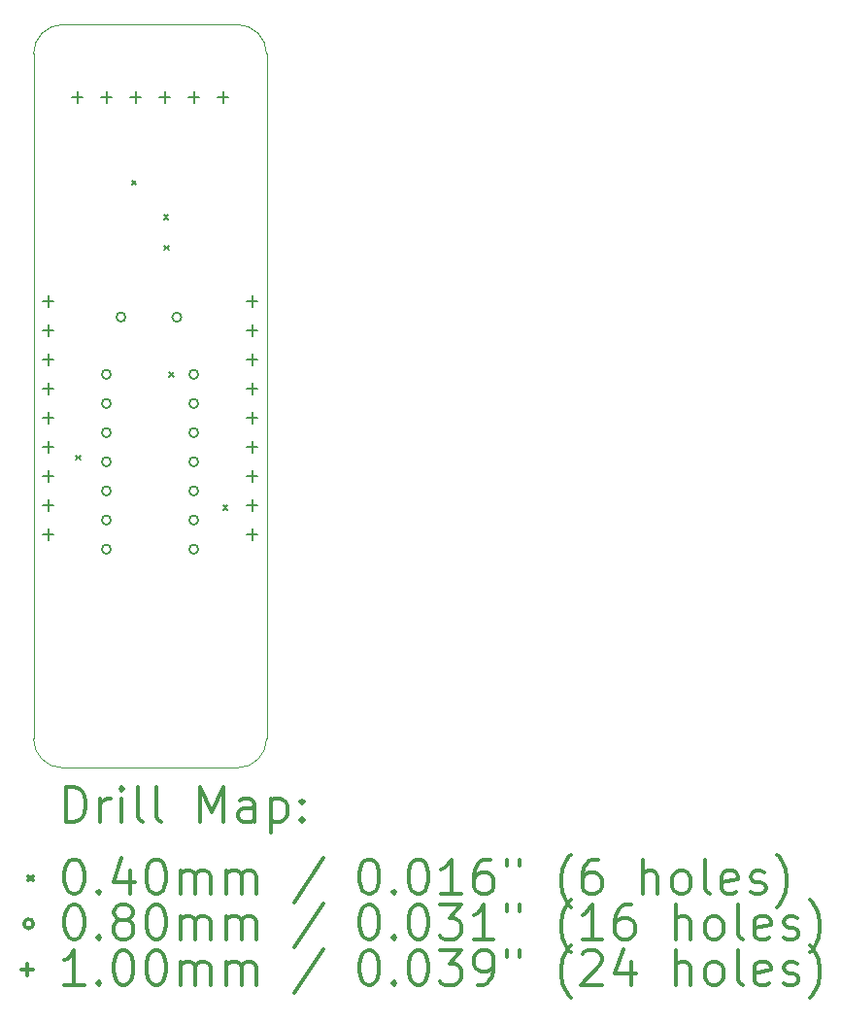
<source format=gbr>
%FSLAX45Y45*%
G04 Gerber Fmt 4.5, Leading zero omitted, Abs format (unit mm)*
G04 Created by KiCad (PCBNEW (5.1.9)-1) date 2023-06-14 07:45:43*
%MOMM*%
%LPD*%
G01*
G04 APERTURE LIST*
%TA.AperFunction,Profile*%
%ADD10C,0.050000*%
%TD*%
%ADD11C,0.200000*%
%ADD12C,0.300000*%
G04 APERTURE END LIST*
D10*
X1397000Y-4572000D02*
G75*
G02*
X1143000Y-4826000I-254000J0D01*
G01*
X-381000Y-4826000D02*
G75*
G02*
X-635000Y-4572000I0J254000D01*
G01*
X-635000Y1397000D02*
G75*
G02*
X-381000Y1651000I254000J0D01*
G01*
X1143000Y1651000D02*
G75*
G02*
X1397000Y1397000I0J-254000D01*
G01*
X-381000Y1651000D02*
X1143000Y1651000D01*
X-635000Y-4572000D02*
X-635000Y1397000D01*
X1143000Y-4826000D02*
X-381000Y-4826000D01*
X1397000Y1397000D02*
X1397000Y-4572000D01*
D11*
X-265515Y-2102510D02*
X-225515Y-2142510D01*
X-225515Y-2102510D02*
X-265515Y-2142510D01*
X221000Y294820D02*
X261000Y254820D01*
X261000Y294820D02*
X221000Y254820D01*
X501000Y-6150D02*
X541000Y-46150D01*
X541000Y-6150D02*
X501000Y-46150D01*
X506180Y-273290D02*
X546180Y-313290D01*
X546180Y-273290D02*
X506180Y-313290D01*
X545000Y-1377000D02*
X585000Y-1417000D01*
X585000Y-1377000D02*
X545000Y-1417000D01*
X1017660Y-2536250D02*
X1057660Y-2576250D01*
X1057660Y-2536250D02*
X1017660Y-2576250D01*
X40000Y-1397000D02*
G75*
G03*
X40000Y-1397000I-40000J0D01*
G01*
X40000Y-1651000D02*
G75*
G03*
X40000Y-1651000I-40000J0D01*
G01*
X40000Y-1905000D02*
G75*
G03*
X40000Y-1905000I-40000J0D01*
G01*
X40000Y-2159000D02*
G75*
G03*
X40000Y-2159000I-40000J0D01*
G01*
X40000Y-2413000D02*
G75*
G03*
X40000Y-2413000I-40000J0D01*
G01*
X40000Y-2667000D02*
G75*
G03*
X40000Y-2667000I-40000J0D01*
G01*
X40000Y-2921000D02*
G75*
G03*
X40000Y-2921000I-40000J0D01*
G01*
X167000Y-898000D02*
G75*
G03*
X167000Y-898000I-40000J0D01*
G01*
X655000Y-898000D02*
G75*
G03*
X655000Y-898000I-40000J0D01*
G01*
X802000Y-1397000D02*
G75*
G03*
X802000Y-1397000I-40000J0D01*
G01*
X802000Y-1651000D02*
G75*
G03*
X802000Y-1651000I-40000J0D01*
G01*
X802000Y-1905000D02*
G75*
G03*
X802000Y-1905000I-40000J0D01*
G01*
X802000Y-2159000D02*
G75*
G03*
X802000Y-2159000I-40000J0D01*
G01*
X802000Y-2413000D02*
G75*
G03*
X802000Y-2413000I-40000J0D01*
G01*
X802000Y-2667000D02*
G75*
G03*
X802000Y-2667000I-40000J0D01*
G01*
X802000Y-2921000D02*
G75*
G03*
X802000Y-2921000I-40000J0D01*
G01*
X-508000Y-712000D02*
X-508000Y-812000D01*
X-558000Y-762000D02*
X-458000Y-762000D01*
X-508000Y-966000D02*
X-508000Y-1066000D01*
X-558000Y-1016000D02*
X-458000Y-1016000D01*
X-508000Y-1220000D02*
X-508000Y-1320000D01*
X-558000Y-1270000D02*
X-458000Y-1270000D01*
X-508000Y-1474000D02*
X-508000Y-1574000D01*
X-558000Y-1524000D02*
X-458000Y-1524000D01*
X-508000Y-1728000D02*
X-508000Y-1828000D01*
X-558000Y-1778000D02*
X-458000Y-1778000D01*
X-508000Y-1982000D02*
X-508000Y-2082000D01*
X-558000Y-2032000D02*
X-458000Y-2032000D01*
X-508000Y-2236000D02*
X-508000Y-2336000D01*
X-558000Y-2286000D02*
X-458000Y-2286000D01*
X-508000Y-2490000D02*
X-508000Y-2590000D01*
X-558000Y-2540000D02*
X-458000Y-2540000D01*
X-508000Y-2744000D02*
X-508000Y-2844000D01*
X-558000Y-2794000D02*
X-458000Y-2794000D01*
X-254000Y1066000D02*
X-254000Y966000D01*
X-304000Y1016000D02*
X-204000Y1016000D01*
X0Y1066000D02*
X0Y966000D01*
X-50000Y1016000D02*
X50000Y1016000D01*
X254000Y1066000D02*
X254000Y966000D01*
X204000Y1016000D02*
X304000Y1016000D01*
X508000Y1066000D02*
X508000Y966000D01*
X458000Y1016000D02*
X558000Y1016000D01*
X762000Y1066000D02*
X762000Y966000D01*
X712000Y1016000D02*
X812000Y1016000D01*
X1016000Y1066000D02*
X1016000Y966000D01*
X966000Y1016000D02*
X1066000Y1016000D01*
X1270000Y-712000D02*
X1270000Y-812000D01*
X1220000Y-762000D02*
X1320000Y-762000D01*
X1270000Y-966000D02*
X1270000Y-1066000D01*
X1220000Y-1016000D02*
X1320000Y-1016000D01*
X1270000Y-1220000D02*
X1270000Y-1320000D01*
X1220000Y-1270000D02*
X1320000Y-1270000D01*
X1270000Y-1474000D02*
X1270000Y-1574000D01*
X1220000Y-1524000D02*
X1320000Y-1524000D01*
X1270000Y-1728000D02*
X1270000Y-1828000D01*
X1220000Y-1778000D02*
X1320000Y-1778000D01*
X1270000Y-1982000D02*
X1270000Y-2082000D01*
X1220000Y-2032000D02*
X1320000Y-2032000D01*
X1270000Y-2236000D02*
X1270000Y-2336000D01*
X1220000Y-2286000D02*
X1320000Y-2286000D01*
X1270000Y-2490000D02*
X1270000Y-2590000D01*
X1220000Y-2540000D02*
X1320000Y-2540000D01*
X1270000Y-2744000D02*
X1270000Y-2844000D01*
X1220000Y-2794000D02*
X1320000Y-2794000D01*
D12*
X-351071Y-5294214D02*
X-351071Y-4994214D01*
X-279643Y-4994214D01*
X-236786Y-5008500D01*
X-208214Y-5037072D01*
X-193929Y-5065643D01*
X-179643Y-5122786D01*
X-179643Y-5165643D01*
X-193929Y-5222786D01*
X-208214Y-5251357D01*
X-236786Y-5279929D01*
X-279643Y-5294214D01*
X-351071Y-5294214D01*
X-51071Y-5294214D02*
X-51071Y-5094214D01*
X-51071Y-5151357D02*
X-36786Y-5122786D01*
X-22500Y-5108500D01*
X6071Y-5094214D01*
X34643Y-5094214D01*
X134643Y-5294214D02*
X134643Y-5094214D01*
X134643Y-4994214D02*
X120357Y-5008500D01*
X134643Y-5022786D01*
X148928Y-5008500D01*
X134643Y-4994214D01*
X134643Y-5022786D01*
X320357Y-5294214D02*
X291786Y-5279929D01*
X277500Y-5251357D01*
X277500Y-4994214D01*
X477500Y-5294214D02*
X448928Y-5279929D01*
X434643Y-5251357D01*
X434643Y-4994214D01*
X820357Y-5294214D02*
X820357Y-4994214D01*
X920357Y-5208500D01*
X1020357Y-4994214D01*
X1020357Y-5294214D01*
X1291786Y-5294214D02*
X1291786Y-5137072D01*
X1277500Y-5108500D01*
X1248928Y-5094214D01*
X1191786Y-5094214D01*
X1163214Y-5108500D01*
X1291786Y-5279929D02*
X1263214Y-5294214D01*
X1191786Y-5294214D01*
X1163214Y-5279929D01*
X1148928Y-5251357D01*
X1148928Y-5222786D01*
X1163214Y-5194214D01*
X1191786Y-5179929D01*
X1263214Y-5179929D01*
X1291786Y-5165643D01*
X1434643Y-5094214D02*
X1434643Y-5394214D01*
X1434643Y-5108500D02*
X1463214Y-5094214D01*
X1520357Y-5094214D01*
X1548928Y-5108500D01*
X1563214Y-5122786D01*
X1577500Y-5151357D01*
X1577500Y-5237072D01*
X1563214Y-5265643D01*
X1548928Y-5279929D01*
X1520357Y-5294214D01*
X1463214Y-5294214D01*
X1434643Y-5279929D01*
X1706071Y-5265643D02*
X1720357Y-5279929D01*
X1706071Y-5294214D01*
X1691786Y-5279929D01*
X1706071Y-5265643D01*
X1706071Y-5294214D01*
X1706071Y-5108500D02*
X1720357Y-5122786D01*
X1706071Y-5137072D01*
X1691786Y-5122786D01*
X1706071Y-5108500D01*
X1706071Y-5137072D01*
X-677500Y-5768500D02*
X-637500Y-5808500D01*
X-637500Y-5768500D02*
X-677500Y-5808500D01*
X-293929Y-5624214D02*
X-265357Y-5624214D01*
X-236786Y-5638500D01*
X-222500Y-5652786D01*
X-208214Y-5681357D01*
X-193929Y-5738500D01*
X-193929Y-5809929D01*
X-208214Y-5867071D01*
X-222500Y-5895643D01*
X-236786Y-5909929D01*
X-265357Y-5924214D01*
X-293929Y-5924214D01*
X-322500Y-5909929D01*
X-336786Y-5895643D01*
X-351071Y-5867071D01*
X-365357Y-5809929D01*
X-365357Y-5738500D01*
X-351071Y-5681357D01*
X-336786Y-5652786D01*
X-322500Y-5638500D01*
X-293929Y-5624214D01*
X-65357Y-5895643D02*
X-51071Y-5909929D01*
X-65357Y-5924214D01*
X-79643Y-5909929D01*
X-65357Y-5895643D01*
X-65357Y-5924214D01*
X206071Y-5724214D02*
X206071Y-5924214D01*
X134643Y-5609929D02*
X63214Y-5824214D01*
X248928Y-5824214D01*
X420357Y-5624214D02*
X448928Y-5624214D01*
X477500Y-5638500D01*
X491786Y-5652786D01*
X506071Y-5681357D01*
X520357Y-5738500D01*
X520357Y-5809929D01*
X506071Y-5867071D01*
X491786Y-5895643D01*
X477500Y-5909929D01*
X448928Y-5924214D01*
X420357Y-5924214D01*
X391786Y-5909929D01*
X377500Y-5895643D01*
X363214Y-5867071D01*
X348928Y-5809929D01*
X348928Y-5738500D01*
X363214Y-5681357D01*
X377500Y-5652786D01*
X391786Y-5638500D01*
X420357Y-5624214D01*
X648928Y-5924214D02*
X648928Y-5724214D01*
X648928Y-5752786D02*
X663214Y-5738500D01*
X691786Y-5724214D01*
X734643Y-5724214D01*
X763214Y-5738500D01*
X777500Y-5767071D01*
X777500Y-5924214D01*
X777500Y-5767071D02*
X791786Y-5738500D01*
X820357Y-5724214D01*
X863214Y-5724214D01*
X891786Y-5738500D01*
X906071Y-5767071D01*
X906071Y-5924214D01*
X1048928Y-5924214D02*
X1048928Y-5724214D01*
X1048928Y-5752786D02*
X1063214Y-5738500D01*
X1091786Y-5724214D01*
X1134643Y-5724214D01*
X1163214Y-5738500D01*
X1177500Y-5767071D01*
X1177500Y-5924214D01*
X1177500Y-5767071D02*
X1191786Y-5738500D01*
X1220357Y-5724214D01*
X1263214Y-5724214D01*
X1291786Y-5738500D01*
X1306071Y-5767071D01*
X1306071Y-5924214D01*
X1891786Y-5609929D02*
X1634643Y-5995643D01*
X2277500Y-5624214D02*
X2306071Y-5624214D01*
X2334643Y-5638500D01*
X2348928Y-5652786D01*
X2363214Y-5681357D01*
X2377500Y-5738500D01*
X2377500Y-5809929D01*
X2363214Y-5867071D01*
X2348928Y-5895643D01*
X2334643Y-5909929D01*
X2306071Y-5924214D01*
X2277500Y-5924214D01*
X2248928Y-5909929D01*
X2234643Y-5895643D01*
X2220357Y-5867071D01*
X2206071Y-5809929D01*
X2206071Y-5738500D01*
X2220357Y-5681357D01*
X2234643Y-5652786D01*
X2248928Y-5638500D01*
X2277500Y-5624214D01*
X2506071Y-5895643D02*
X2520357Y-5909929D01*
X2506071Y-5924214D01*
X2491786Y-5909929D01*
X2506071Y-5895643D01*
X2506071Y-5924214D01*
X2706071Y-5624214D02*
X2734643Y-5624214D01*
X2763214Y-5638500D01*
X2777500Y-5652786D01*
X2791786Y-5681357D01*
X2806071Y-5738500D01*
X2806071Y-5809929D01*
X2791786Y-5867071D01*
X2777500Y-5895643D01*
X2763214Y-5909929D01*
X2734643Y-5924214D01*
X2706071Y-5924214D01*
X2677500Y-5909929D01*
X2663214Y-5895643D01*
X2648928Y-5867071D01*
X2634643Y-5809929D01*
X2634643Y-5738500D01*
X2648928Y-5681357D01*
X2663214Y-5652786D01*
X2677500Y-5638500D01*
X2706071Y-5624214D01*
X3091786Y-5924214D02*
X2920357Y-5924214D01*
X3006071Y-5924214D02*
X3006071Y-5624214D01*
X2977500Y-5667071D01*
X2948928Y-5695643D01*
X2920357Y-5709929D01*
X3348928Y-5624214D02*
X3291786Y-5624214D01*
X3263214Y-5638500D01*
X3248928Y-5652786D01*
X3220357Y-5695643D01*
X3206071Y-5752786D01*
X3206071Y-5867071D01*
X3220357Y-5895643D01*
X3234643Y-5909929D01*
X3263214Y-5924214D01*
X3320357Y-5924214D01*
X3348928Y-5909929D01*
X3363214Y-5895643D01*
X3377500Y-5867071D01*
X3377500Y-5795643D01*
X3363214Y-5767071D01*
X3348928Y-5752786D01*
X3320357Y-5738500D01*
X3263214Y-5738500D01*
X3234643Y-5752786D01*
X3220357Y-5767071D01*
X3206071Y-5795643D01*
X3491786Y-5624214D02*
X3491786Y-5681357D01*
X3606071Y-5624214D02*
X3606071Y-5681357D01*
X4048928Y-6038500D02*
X4034643Y-6024214D01*
X4006071Y-5981357D01*
X3991786Y-5952786D01*
X3977500Y-5909929D01*
X3963214Y-5838500D01*
X3963214Y-5781357D01*
X3977500Y-5709929D01*
X3991786Y-5667071D01*
X4006071Y-5638500D01*
X4034643Y-5595643D01*
X4048928Y-5581357D01*
X4291786Y-5624214D02*
X4234643Y-5624214D01*
X4206071Y-5638500D01*
X4191786Y-5652786D01*
X4163214Y-5695643D01*
X4148928Y-5752786D01*
X4148928Y-5867071D01*
X4163214Y-5895643D01*
X4177500Y-5909929D01*
X4206071Y-5924214D01*
X4263214Y-5924214D01*
X4291786Y-5909929D01*
X4306071Y-5895643D01*
X4320357Y-5867071D01*
X4320357Y-5795643D01*
X4306071Y-5767071D01*
X4291786Y-5752786D01*
X4263214Y-5738500D01*
X4206071Y-5738500D01*
X4177500Y-5752786D01*
X4163214Y-5767071D01*
X4148928Y-5795643D01*
X4677500Y-5924214D02*
X4677500Y-5624214D01*
X4806071Y-5924214D02*
X4806071Y-5767071D01*
X4791786Y-5738500D01*
X4763214Y-5724214D01*
X4720357Y-5724214D01*
X4691786Y-5738500D01*
X4677500Y-5752786D01*
X4991786Y-5924214D02*
X4963214Y-5909929D01*
X4948928Y-5895643D01*
X4934643Y-5867071D01*
X4934643Y-5781357D01*
X4948928Y-5752786D01*
X4963214Y-5738500D01*
X4991786Y-5724214D01*
X5034643Y-5724214D01*
X5063214Y-5738500D01*
X5077500Y-5752786D01*
X5091786Y-5781357D01*
X5091786Y-5867071D01*
X5077500Y-5895643D01*
X5063214Y-5909929D01*
X5034643Y-5924214D01*
X4991786Y-5924214D01*
X5263214Y-5924214D02*
X5234643Y-5909929D01*
X5220357Y-5881357D01*
X5220357Y-5624214D01*
X5491786Y-5909929D02*
X5463214Y-5924214D01*
X5406071Y-5924214D01*
X5377500Y-5909929D01*
X5363214Y-5881357D01*
X5363214Y-5767071D01*
X5377500Y-5738500D01*
X5406071Y-5724214D01*
X5463214Y-5724214D01*
X5491786Y-5738500D01*
X5506071Y-5767071D01*
X5506071Y-5795643D01*
X5363214Y-5824214D01*
X5620357Y-5909929D02*
X5648928Y-5924214D01*
X5706071Y-5924214D01*
X5734643Y-5909929D01*
X5748928Y-5881357D01*
X5748928Y-5867071D01*
X5734643Y-5838500D01*
X5706071Y-5824214D01*
X5663214Y-5824214D01*
X5634643Y-5809929D01*
X5620357Y-5781357D01*
X5620357Y-5767071D01*
X5634643Y-5738500D01*
X5663214Y-5724214D01*
X5706071Y-5724214D01*
X5734643Y-5738500D01*
X5848928Y-6038500D02*
X5863214Y-6024214D01*
X5891786Y-5981357D01*
X5906071Y-5952786D01*
X5920357Y-5909929D01*
X5934643Y-5838500D01*
X5934643Y-5781357D01*
X5920357Y-5709929D01*
X5906071Y-5667071D01*
X5891786Y-5638500D01*
X5863214Y-5595643D01*
X5848928Y-5581357D01*
X-637500Y-6184500D02*
G75*
G03*
X-637500Y-6184500I-40000J0D01*
G01*
X-293929Y-6020214D02*
X-265357Y-6020214D01*
X-236786Y-6034500D01*
X-222500Y-6048786D01*
X-208214Y-6077357D01*
X-193929Y-6134500D01*
X-193929Y-6205929D01*
X-208214Y-6263071D01*
X-222500Y-6291643D01*
X-236786Y-6305929D01*
X-265357Y-6320214D01*
X-293929Y-6320214D01*
X-322500Y-6305929D01*
X-336786Y-6291643D01*
X-351071Y-6263071D01*
X-365357Y-6205929D01*
X-365357Y-6134500D01*
X-351071Y-6077357D01*
X-336786Y-6048786D01*
X-322500Y-6034500D01*
X-293929Y-6020214D01*
X-65357Y-6291643D02*
X-51071Y-6305929D01*
X-65357Y-6320214D01*
X-79643Y-6305929D01*
X-65357Y-6291643D01*
X-65357Y-6320214D01*
X120357Y-6148786D02*
X91786Y-6134500D01*
X77500Y-6120214D01*
X63214Y-6091643D01*
X63214Y-6077357D01*
X77500Y-6048786D01*
X91786Y-6034500D01*
X120357Y-6020214D01*
X177500Y-6020214D01*
X206071Y-6034500D01*
X220357Y-6048786D01*
X234643Y-6077357D01*
X234643Y-6091643D01*
X220357Y-6120214D01*
X206071Y-6134500D01*
X177500Y-6148786D01*
X120357Y-6148786D01*
X91786Y-6163071D01*
X77500Y-6177357D01*
X63214Y-6205929D01*
X63214Y-6263071D01*
X77500Y-6291643D01*
X91786Y-6305929D01*
X120357Y-6320214D01*
X177500Y-6320214D01*
X206071Y-6305929D01*
X220357Y-6291643D01*
X234643Y-6263071D01*
X234643Y-6205929D01*
X220357Y-6177357D01*
X206071Y-6163071D01*
X177500Y-6148786D01*
X420357Y-6020214D02*
X448928Y-6020214D01*
X477500Y-6034500D01*
X491786Y-6048786D01*
X506071Y-6077357D01*
X520357Y-6134500D01*
X520357Y-6205929D01*
X506071Y-6263071D01*
X491786Y-6291643D01*
X477500Y-6305929D01*
X448928Y-6320214D01*
X420357Y-6320214D01*
X391786Y-6305929D01*
X377500Y-6291643D01*
X363214Y-6263071D01*
X348928Y-6205929D01*
X348928Y-6134500D01*
X363214Y-6077357D01*
X377500Y-6048786D01*
X391786Y-6034500D01*
X420357Y-6020214D01*
X648928Y-6320214D02*
X648928Y-6120214D01*
X648928Y-6148786D02*
X663214Y-6134500D01*
X691786Y-6120214D01*
X734643Y-6120214D01*
X763214Y-6134500D01*
X777500Y-6163071D01*
X777500Y-6320214D01*
X777500Y-6163071D02*
X791786Y-6134500D01*
X820357Y-6120214D01*
X863214Y-6120214D01*
X891786Y-6134500D01*
X906071Y-6163071D01*
X906071Y-6320214D01*
X1048928Y-6320214D02*
X1048928Y-6120214D01*
X1048928Y-6148786D02*
X1063214Y-6134500D01*
X1091786Y-6120214D01*
X1134643Y-6120214D01*
X1163214Y-6134500D01*
X1177500Y-6163071D01*
X1177500Y-6320214D01*
X1177500Y-6163071D02*
X1191786Y-6134500D01*
X1220357Y-6120214D01*
X1263214Y-6120214D01*
X1291786Y-6134500D01*
X1306071Y-6163071D01*
X1306071Y-6320214D01*
X1891786Y-6005929D02*
X1634643Y-6391643D01*
X2277500Y-6020214D02*
X2306071Y-6020214D01*
X2334643Y-6034500D01*
X2348928Y-6048786D01*
X2363214Y-6077357D01*
X2377500Y-6134500D01*
X2377500Y-6205929D01*
X2363214Y-6263071D01*
X2348928Y-6291643D01*
X2334643Y-6305929D01*
X2306071Y-6320214D01*
X2277500Y-6320214D01*
X2248928Y-6305929D01*
X2234643Y-6291643D01*
X2220357Y-6263071D01*
X2206071Y-6205929D01*
X2206071Y-6134500D01*
X2220357Y-6077357D01*
X2234643Y-6048786D01*
X2248928Y-6034500D01*
X2277500Y-6020214D01*
X2506071Y-6291643D02*
X2520357Y-6305929D01*
X2506071Y-6320214D01*
X2491786Y-6305929D01*
X2506071Y-6291643D01*
X2506071Y-6320214D01*
X2706071Y-6020214D02*
X2734643Y-6020214D01*
X2763214Y-6034500D01*
X2777500Y-6048786D01*
X2791786Y-6077357D01*
X2806071Y-6134500D01*
X2806071Y-6205929D01*
X2791786Y-6263071D01*
X2777500Y-6291643D01*
X2763214Y-6305929D01*
X2734643Y-6320214D01*
X2706071Y-6320214D01*
X2677500Y-6305929D01*
X2663214Y-6291643D01*
X2648928Y-6263071D01*
X2634643Y-6205929D01*
X2634643Y-6134500D01*
X2648928Y-6077357D01*
X2663214Y-6048786D01*
X2677500Y-6034500D01*
X2706071Y-6020214D01*
X2906071Y-6020214D02*
X3091786Y-6020214D01*
X2991786Y-6134500D01*
X3034643Y-6134500D01*
X3063214Y-6148786D01*
X3077500Y-6163071D01*
X3091786Y-6191643D01*
X3091786Y-6263071D01*
X3077500Y-6291643D01*
X3063214Y-6305929D01*
X3034643Y-6320214D01*
X2948928Y-6320214D01*
X2920357Y-6305929D01*
X2906071Y-6291643D01*
X3377500Y-6320214D02*
X3206071Y-6320214D01*
X3291786Y-6320214D02*
X3291786Y-6020214D01*
X3263214Y-6063071D01*
X3234643Y-6091643D01*
X3206071Y-6105929D01*
X3491786Y-6020214D02*
X3491786Y-6077357D01*
X3606071Y-6020214D02*
X3606071Y-6077357D01*
X4048928Y-6434500D02*
X4034643Y-6420214D01*
X4006071Y-6377357D01*
X3991786Y-6348786D01*
X3977500Y-6305929D01*
X3963214Y-6234500D01*
X3963214Y-6177357D01*
X3977500Y-6105929D01*
X3991786Y-6063071D01*
X4006071Y-6034500D01*
X4034643Y-5991643D01*
X4048928Y-5977357D01*
X4320357Y-6320214D02*
X4148928Y-6320214D01*
X4234643Y-6320214D02*
X4234643Y-6020214D01*
X4206071Y-6063071D01*
X4177500Y-6091643D01*
X4148928Y-6105929D01*
X4577500Y-6020214D02*
X4520357Y-6020214D01*
X4491786Y-6034500D01*
X4477500Y-6048786D01*
X4448928Y-6091643D01*
X4434643Y-6148786D01*
X4434643Y-6263071D01*
X4448928Y-6291643D01*
X4463214Y-6305929D01*
X4491786Y-6320214D01*
X4548928Y-6320214D01*
X4577500Y-6305929D01*
X4591786Y-6291643D01*
X4606071Y-6263071D01*
X4606071Y-6191643D01*
X4591786Y-6163071D01*
X4577500Y-6148786D01*
X4548928Y-6134500D01*
X4491786Y-6134500D01*
X4463214Y-6148786D01*
X4448928Y-6163071D01*
X4434643Y-6191643D01*
X4963214Y-6320214D02*
X4963214Y-6020214D01*
X5091786Y-6320214D02*
X5091786Y-6163071D01*
X5077500Y-6134500D01*
X5048928Y-6120214D01*
X5006071Y-6120214D01*
X4977500Y-6134500D01*
X4963214Y-6148786D01*
X5277500Y-6320214D02*
X5248928Y-6305929D01*
X5234643Y-6291643D01*
X5220357Y-6263071D01*
X5220357Y-6177357D01*
X5234643Y-6148786D01*
X5248928Y-6134500D01*
X5277500Y-6120214D01*
X5320357Y-6120214D01*
X5348928Y-6134500D01*
X5363214Y-6148786D01*
X5377500Y-6177357D01*
X5377500Y-6263071D01*
X5363214Y-6291643D01*
X5348928Y-6305929D01*
X5320357Y-6320214D01*
X5277500Y-6320214D01*
X5548928Y-6320214D02*
X5520357Y-6305929D01*
X5506071Y-6277357D01*
X5506071Y-6020214D01*
X5777500Y-6305929D02*
X5748928Y-6320214D01*
X5691786Y-6320214D01*
X5663214Y-6305929D01*
X5648928Y-6277357D01*
X5648928Y-6163071D01*
X5663214Y-6134500D01*
X5691786Y-6120214D01*
X5748928Y-6120214D01*
X5777500Y-6134500D01*
X5791786Y-6163071D01*
X5791786Y-6191643D01*
X5648928Y-6220214D01*
X5906071Y-6305929D02*
X5934643Y-6320214D01*
X5991786Y-6320214D01*
X6020357Y-6305929D01*
X6034643Y-6277357D01*
X6034643Y-6263071D01*
X6020357Y-6234500D01*
X5991786Y-6220214D01*
X5948928Y-6220214D01*
X5920357Y-6205929D01*
X5906071Y-6177357D01*
X5906071Y-6163071D01*
X5920357Y-6134500D01*
X5948928Y-6120214D01*
X5991786Y-6120214D01*
X6020357Y-6134500D01*
X6134643Y-6434500D02*
X6148928Y-6420214D01*
X6177500Y-6377357D01*
X6191786Y-6348786D01*
X6206071Y-6305929D01*
X6220357Y-6234500D01*
X6220357Y-6177357D01*
X6206071Y-6105929D01*
X6191786Y-6063071D01*
X6177500Y-6034500D01*
X6148928Y-5991643D01*
X6134643Y-5977357D01*
X-687500Y-6530500D02*
X-687500Y-6630500D01*
X-737500Y-6580500D02*
X-637500Y-6580500D01*
X-193929Y-6716214D02*
X-365357Y-6716214D01*
X-279643Y-6716214D02*
X-279643Y-6416214D01*
X-308214Y-6459071D01*
X-336786Y-6487643D01*
X-365357Y-6501929D01*
X-65357Y-6687643D02*
X-51071Y-6701929D01*
X-65357Y-6716214D01*
X-79643Y-6701929D01*
X-65357Y-6687643D01*
X-65357Y-6716214D01*
X134643Y-6416214D02*
X163214Y-6416214D01*
X191786Y-6430500D01*
X206071Y-6444786D01*
X220357Y-6473357D01*
X234643Y-6530500D01*
X234643Y-6601929D01*
X220357Y-6659071D01*
X206071Y-6687643D01*
X191786Y-6701929D01*
X163214Y-6716214D01*
X134643Y-6716214D01*
X106071Y-6701929D01*
X91786Y-6687643D01*
X77500Y-6659071D01*
X63214Y-6601929D01*
X63214Y-6530500D01*
X77500Y-6473357D01*
X91786Y-6444786D01*
X106071Y-6430500D01*
X134643Y-6416214D01*
X420357Y-6416214D02*
X448928Y-6416214D01*
X477500Y-6430500D01*
X491786Y-6444786D01*
X506071Y-6473357D01*
X520357Y-6530500D01*
X520357Y-6601929D01*
X506071Y-6659071D01*
X491786Y-6687643D01*
X477500Y-6701929D01*
X448928Y-6716214D01*
X420357Y-6716214D01*
X391786Y-6701929D01*
X377500Y-6687643D01*
X363214Y-6659071D01*
X348928Y-6601929D01*
X348928Y-6530500D01*
X363214Y-6473357D01*
X377500Y-6444786D01*
X391786Y-6430500D01*
X420357Y-6416214D01*
X648928Y-6716214D02*
X648928Y-6516214D01*
X648928Y-6544786D02*
X663214Y-6530500D01*
X691786Y-6516214D01*
X734643Y-6516214D01*
X763214Y-6530500D01*
X777500Y-6559071D01*
X777500Y-6716214D01*
X777500Y-6559071D02*
X791786Y-6530500D01*
X820357Y-6516214D01*
X863214Y-6516214D01*
X891786Y-6530500D01*
X906071Y-6559071D01*
X906071Y-6716214D01*
X1048928Y-6716214D02*
X1048928Y-6516214D01*
X1048928Y-6544786D02*
X1063214Y-6530500D01*
X1091786Y-6516214D01*
X1134643Y-6516214D01*
X1163214Y-6530500D01*
X1177500Y-6559071D01*
X1177500Y-6716214D01*
X1177500Y-6559071D02*
X1191786Y-6530500D01*
X1220357Y-6516214D01*
X1263214Y-6516214D01*
X1291786Y-6530500D01*
X1306071Y-6559071D01*
X1306071Y-6716214D01*
X1891786Y-6401929D02*
X1634643Y-6787643D01*
X2277500Y-6416214D02*
X2306071Y-6416214D01*
X2334643Y-6430500D01*
X2348928Y-6444786D01*
X2363214Y-6473357D01*
X2377500Y-6530500D01*
X2377500Y-6601929D01*
X2363214Y-6659071D01*
X2348928Y-6687643D01*
X2334643Y-6701929D01*
X2306071Y-6716214D01*
X2277500Y-6716214D01*
X2248928Y-6701929D01*
X2234643Y-6687643D01*
X2220357Y-6659071D01*
X2206071Y-6601929D01*
X2206071Y-6530500D01*
X2220357Y-6473357D01*
X2234643Y-6444786D01*
X2248928Y-6430500D01*
X2277500Y-6416214D01*
X2506071Y-6687643D02*
X2520357Y-6701929D01*
X2506071Y-6716214D01*
X2491786Y-6701929D01*
X2506071Y-6687643D01*
X2506071Y-6716214D01*
X2706071Y-6416214D02*
X2734643Y-6416214D01*
X2763214Y-6430500D01*
X2777500Y-6444786D01*
X2791786Y-6473357D01*
X2806071Y-6530500D01*
X2806071Y-6601929D01*
X2791786Y-6659071D01*
X2777500Y-6687643D01*
X2763214Y-6701929D01*
X2734643Y-6716214D01*
X2706071Y-6716214D01*
X2677500Y-6701929D01*
X2663214Y-6687643D01*
X2648928Y-6659071D01*
X2634643Y-6601929D01*
X2634643Y-6530500D01*
X2648928Y-6473357D01*
X2663214Y-6444786D01*
X2677500Y-6430500D01*
X2706071Y-6416214D01*
X2906071Y-6416214D02*
X3091786Y-6416214D01*
X2991786Y-6530500D01*
X3034643Y-6530500D01*
X3063214Y-6544786D01*
X3077500Y-6559071D01*
X3091786Y-6587643D01*
X3091786Y-6659071D01*
X3077500Y-6687643D01*
X3063214Y-6701929D01*
X3034643Y-6716214D01*
X2948928Y-6716214D01*
X2920357Y-6701929D01*
X2906071Y-6687643D01*
X3234643Y-6716214D02*
X3291786Y-6716214D01*
X3320357Y-6701929D01*
X3334643Y-6687643D01*
X3363214Y-6644786D01*
X3377500Y-6587643D01*
X3377500Y-6473357D01*
X3363214Y-6444786D01*
X3348928Y-6430500D01*
X3320357Y-6416214D01*
X3263214Y-6416214D01*
X3234643Y-6430500D01*
X3220357Y-6444786D01*
X3206071Y-6473357D01*
X3206071Y-6544786D01*
X3220357Y-6573357D01*
X3234643Y-6587643D01*
X3263214Y-6601929D01*
X3320357Y-6601929D01*
X3348928Y-6587643D01*
X3363214Y-6573357D01*
X3377500Y-6544786D01*
X3491786Y-6416214D02*
X3491786Y-6473357D01*
X3606071Y-6416214D02*
X3606071Y-6473357D01*
X4048928Y-6830500D02*
X4034643Y-6816214D01*
X4006071Y-6773357D01*
X3991786Y-6744786D01*
X3977500Y-6701929D01*
X3963214Y-6630500D01*
X3963214Y-6573357D01*
X3977500Y-6501929D01*
X3991786Y-6459071D01*
X4006071Y-6430500D01*
X4034643Y-6387643D01*
X4048928Y-6373357D01*
X4148928Y-6444786D02*
X4163214Y-6430500D01*
X4191786Y-6416214D01*
X4263214Y-6416214D01*
X4291786Y-6430500D01*
X4306071Y-6444786D01*
X4320357Y-6473357D01*
X4320357Y-6501929D01*
X4306071Y-6544786D01*
X4134643Y-6716214D01*
X4320357Y-6716214D01*
X4577500Y-6516214D02*
X4577500Y-6716214D01*
X4506071Y-6401929D02*
X4434643Y-6616214D01*
X4620357Y-6616214D01*
X4963214Y-6716214D02*
X4963214Y-6416214D01*
X5091786Y-6716214D02*
X5091786Y-6559071D01*
X5077500Y-6530500D01*
X5048928Y-6516214D01*
X5006071Y-6516214D01*
X4977500Y-6530500D01*
X4963214Y-6544786D01*
X5277500Y-6716214D02*
X5248928Y-6701929D01*
X5234643Y-6687643D01*
X5220357Y-6659071D01*
X5220357Y-6573357D01*
X5234643Y-6544786D01*
X5248928Y-6530500D01*
X5277500Y-6516214D01*
X5320357Y-6516214D01*
X5348928Y-6530500D01*
X5363214Y-6544786D01*
X5377500Y-6573357D01*
X5377500Y-6659071D01*
X5363214Y-6687643D01*
X5348928Y-6701929D01*
X5320357Y-6716214D01*
X5277500Y-6716214D01*
X5548928Y-6716214D02*
X5520357Y-6701929D01*
X5506071Y-6673357D01*
X5506071Y-6416214D01*
X5777500Y-6701929D02*
X5748928Y-6716214D01*
X5691786Y-6716214D01*
X5663214Y-6701929D01*
X5648928Y-6673357D01*
X5648928Y-6559071D01*
X5663214Y-6530500D01*
X5691786Y-6516214D01*
X5748928Y-6516214D01*
X5777500Y-6530500D01*
X5791786Y-6559071D01*
X5791786Y-6587643D01*
X5648928Y-6616214D01*
X5906071Y-6701929D02*
X5934643Y-6716214D01*
X5991786Y-6716214D01*
X6020357Y-6701929D01*
X6034643Y-6673357D01*
X6034643Y-6659071D01*
X6020357Y-6630500D01*
X5991786Y-6616214D01*
X5948928Y-6616214D01*
X5920357Y-6601929D01*
X5906071Y-6573357D01*
X5906071Y-6559071D01*
X5920357Y-6530500D01*
X5948928Y-6516214D01*
X5991786Y-6516214D01*
X6020357Y-6530500D01*
X6134643Y-6830500D02*
X6148928Y-6816214D01*
X6177500Y-6773357D01*
X6191786Y-6744786D01*
X6206071Y-6701929D01*
X6220357Y-6630500D01*
X6220357Y-6573357D01*
X6206071Y-6501929D01*
X6191786Y-6459071D01*
X6177500Y-6430500D01*
X6148928Y-6387643D01*
X6134643Y-6373357D01*
M02*

</source>
